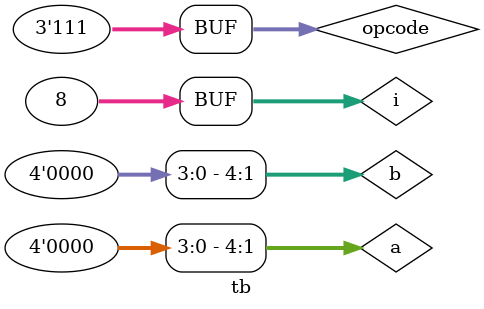
<source format=v>
`timescale 1ns/1ns
module tb;

reg [4:0]a;
reg [4:0]b;
reg [2:0]opcode;
wire [9:0]result;

integer i;
alu8inst ins1(a,b,opcode,result);

initial begin

$monitor("a=%b b=%b opcode=%b result=%b",a,b,opcode,result);
for(i=0;i<8;i=i+1)
begin
a=$random;
b=$random;
opcode=i;
#10;
end
#10;

end

endmodule

</source>
